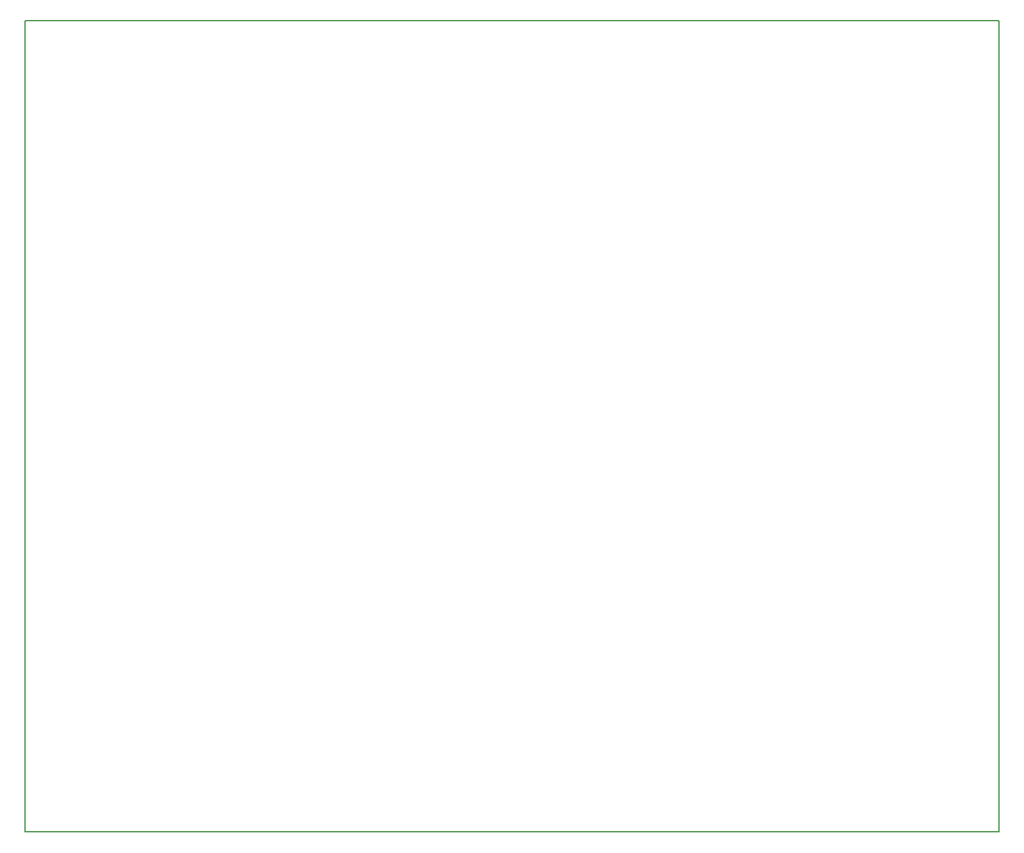
<source format=gbo>
G04 MADE WITH FRITZING*
G04 WWW.FRITZING.ORG*
G04 DOUBLE SIDED*
G04 HOLES PLATED*
G04 CONTOUR ON CENTER OF CONTOUR VECTOR*
%ASAXBY*%
%FSLAX23Y23*%
%MOIN*%
%OFA0B0*%
%SFA1.0B1.0*%
%ADD10R,5.196860X4.330720X5.180860X4.314720*%
%ADD11C,0.008000*%
%LNSILK0*%
G90*
G70*
G54D11*
X4Y4327D02*
X5193Y4327D01*
X5193Y4D01*
X4Y4D01*
X4Y4327D01*
D02*
G04 End of Silk0*
M02*
</source>
